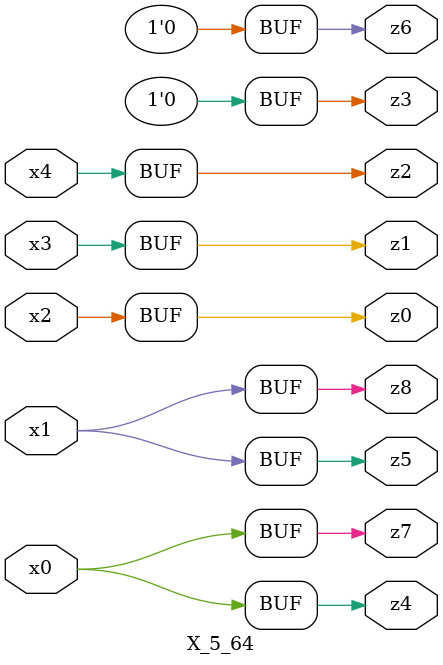
<source format=v>

module X_5_64 ( 
    x0, x1, x2, x3, x4,
    z0, z1, z2, z3, z4, z5, z6, z7, z8  );
  input  x0, x1, x2, x3, x4;
  output z0, z1, z2, z3, z4, z5, z6, z7, z8;
  assign z0 = x2;
  assign z1 = x3;
  assign z2 = x4;
  assign z3 = 1'b0;
  assign z4 = x0;
  assign z5 = x1;
  assign z6 = 1'b0;
  assign z7 = x0;
  assign z8 = x1;
endmodule



</source>
